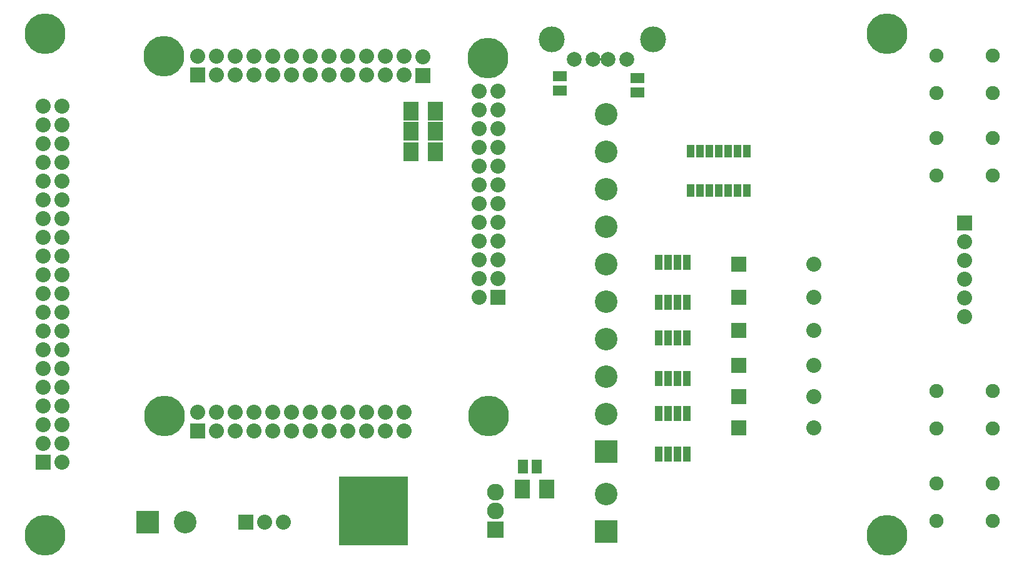
<source format=gbs>
G04 (created by PCBNEW (2013-june-11)-stable) date lun 19 ago 2013 20:26:36 COT*
%MOIN*%
G04 Gerber Fmt 3.4, Leading zero omitted, Abs format*
%FSLAX34Y34*%
G01*
G70*
G90*
G04 APERTURE LIST*
%ADD10C,0.00590551*%
%ADD11R,0.044X0.0798*%
%ADD12C,0.2169*%
%ADD13R,0.08X0.08*%
%ADD14C,0.08*%
%ADD15C,0.0791*%
%ADD16C,0.1381*%
%ADD17C,0.075*%
%ADD18R,0.08X0.1*%
%ADD19R,0.044X0.0692*%
%ADD20R,0.09X0.09*%
%ADD21C,0.09*%
%ADD22R,0.37X0.37*%
%ADD23R,0.12X0.12*%
%ADD24C,0.12*%
%ADD25R,0.075X0.055*%
%ADD26R,0.055X0.075*%
G04 APERTURE END LIST*
G54D10*
G54D11*
X67164Y-32276D03*
X67664Y-32276D03*
X68164Y-32276D03*
X68664Y-32276D03*
X68664Y-30126D03*
X68164Y-30126D03*
X67664Y-30126D03*
X67164Y-30126D03*
G54D12*
X79331Y-40649D03*
X79331Y-13878D03*
X34449Y-13878D03*
X34449Y-40650D03*
X58067Y-15196D03*
X40822Y-34279D03*
X58114Y-34275D03*
X40814Y-15098D03*
G54D13*
X42602Y-16094D03*
G54D14*
X42602Y-15094D03*
X43602Y-16094D03*
X43602Y-15094D03*
X44602Y-16094D03*
X44602Y-15094D03*
X45602Y-16094D03*
X45602Y-15094D03*
X46602Y-16094D03*
X46602Y-15094D03*
X47602Y-16094D03*
X47602Y-15094D03*
X48602Y-16094D03*
X48602Y-15094D03*
X49602Y-16094D03*
X49602Y-15094D03*
X50602Y-16094D03*
X50602Y-15094D03*
X51602Y-16094D03*
X51602Y-15094D03*
X52602Y-16094D03*
X52602Y-15094D03*
X53602Y-16094D03*
X53602Y-15094D03*
G54D13*
X42602Y-35094D03*
G54D14*
X42602Y-34094D03*
X43602Y-35094D03*
X43602Y-34094D03*
X44602Y-35094D03*
X44602Y-34094D03*
X45602Y-35094D03*
X45602Y-34094D03*
X46602Y-35094D03*
X46602Y-34094D03*
X47602Y-35094D03*
X47602Y-34094D03*
X48602Y-35094D03*
X48602Y-34094D03*
X49602Y-35094D03*
X49602Y-34094D03*
X50602Y-35094D03*
X50602Y-34094D03*
X51602Y-35094D03*
X51602Y-34094D03*
X52602Y-35094D03*
X52602Y-34094D03*
X53602Y-35094D03*
X53602Y-34094D03*
G54D13*
X58614Y-27944D03*
G54D14*
X57614Y-27944D03*
X58614Y-26944D03*
X57614Y-26944D03*
X58614Y-25944D03*
X57614Y-25944D03*
X58614Y-24944D03*
X57614Y-24944D03*
X58614Y-23944D03*
X57614Y-23944D03*
X58614Y-22944D03*
X57614Y-22944D03*
X58614Y-21944D03*
X57614Y-21944D03*
X58614Y-20944D03*
X57614Y-20944D03*
X58614Y-19944D03*
X57614Y-19944D03*
X58614Y-18944D03*
X57614Y-18944D03*
X58614Y-17944D03*
X57614Y-17944D03*
X58614Y-16944D03*
X57614Y-16944D03*
G54D13*
X54590Y-16125D03*
G54D14*
X54590Y-15125D03*
G54D15*
X62675Y-15256D03*
X63675Y-15256D03*
X64475Y-15256D03*
X65475Y-15256D03*
G54D16*
X61475Y-14206D03*
X66875Y-14206D03*
G54D17*
X84965Y-21473D03*
X84965Y-19473D03*
X81965Y-21473D03*
X81965Y-19473D03*
X84965Y-17044D03*
X84965Y-15044D03*
X81965Y-17044D03*
X81965Y-15044D03*
X84965Y-34957D03*
X84965Y-32957D03*
X81965Y-34957D03*
X81965Y-32957D03*
X84965Y-39878D03*
X84965Y-37878D03*
X81965Y-39878D03*
X81965Y-37878D03*
G54D18*
X59882Y-38189D03*
X61182Y-38189D03*
G54D13*
X34351Y-36764D03*
G54D14*
X35351Y-36764D03*
X34351Y-31764D03*
X35351Y-35764D03*
X34351Y-30764D03*
X35351Y-34764D03*
X34351Y-29764D03*
X35351Y-33764D03*
X34351Y-28764D03*
X35351Y-32764D03*
X34351Y-27764D03*
X35351Y-31764D03*
X34351Y-26764D03*
X35351Y-30764D03*
X34351Y-25764D03*
X35351Y-29764D03*
X34351Y-24764D03*
X35351Y-28764D03*
X34351Y-23764D03*
X35351Y-27764D03*
X34351Y-22764D03*
X35351Y-26764D03*
X34351Y-21764D03*
X35351Y-25764D03*
X35351Y-24764D03*
X34351Y-20764D03*
X35351Y-23764D03*
X35351Y-21764D03*
X35351Y-20764D03*
X35351Y-19764D03*
X35351Y-18764D03*
X34351Y-19764D03*
X34351Y-18764D03*
X34351Y-35764D03*
X34351Y-34764D03*
X34351Y-33764D03*
X34351Y-32764D03*
X34351Y-17764D03*
X35351Y-17764D03*
X35351Y-22764D03*
G54D13*
X83464Y-23975D03*
G54D14*
X83464Y-24975D03*
X83464Y-25975D03*
X83464Y-26975D03*
X83464Y-27975D03*
X83464Y-28975D03*
G54D13*
X71425Y-31595D03*
G54D14*
X75425Y-31595D03*
G54D13*
X71425Y-33268D03*
G54D14*
X75425Y-33268D03*
G54D13*
X71425Y-34941D03*
G54D14*
X75425Y-34941D03*
G54D13*
X71425Y-29725D03*
G54D14*
X75425Y-29725D03*
G54D13*
X71425Y-26181D03*
G54D14*
X75425Y-26181D03*
G54D13*
X71425Y-27953D03*
G54D14*
X75425Y-27953D03*
G54D11*
X67164Y-36312D03*
X67664Y-36312D03*
X68164Y-36312D03*
X68664Y-36312D03*
X68664Y-34162D03*
X68164Y-34162D03*
X67664Y-34162D03*
X67164Y-34162D03*
X67164Y-28241D03*
X67664Y-28241D03*
X68164Y-28241D03*
X68664Y-28241D03*
X68664Y-26091D03*
X68164Y-26091D03*
X67664Y-26091D03*
X67164Y-26091D03*
G54D19*
X71874Y-22262D03*
X71374Y-22262D03*
X70874Y-22262D03*
X70374Y-22262D03*
X69874Y-22262D03*
X69374Y-22262D03*
X68874Y-22262D03*
X68874Y-20162D03*
X69374Y-20162D03*
X69874Y-20162D03*
X70374Y-20162D03*
X70874Y-20162D03*
X71374Y-20162D03*
X71874Y-20162D03*
G54D20*
X58465Y-40370D03*
G54D21*
X58465Y-39370D03*
X58465Y-38370D03*
G54D22*
X51965Y-39370D03*
G54D13*
X45162Y-39961D03*
G54D14*
X46162Y-39961D03*
X47162Y-39961D03*
G54D23*
X39945Y-39961D03*
G54D24*
X41945Y-39961D03*
X64370Y-18201D03*
X64370Y-20201D03*
X64370Y-22201D03*
X64370Y-24201D03*
X64370Y-34201D03*
X64370Y-32201D03*
G54D23*
X64370Y-36201D03*
G54D24*
X64370Y-30201D03*
X64370Y-28201D03*
X64370Y-26201D03*
G54D23*
X64370Y-40469D03*
G54D24*
X64370Y-38469D03*
G54D18*
X53976Y-18012D03*
X55276Y-18012D03*
X53976Y-19095D03*
X55276Y-19095D03*
X53976Y-20177D03*
X55276Y-20177D03*
G54D25*
X66044Y-17009D03*
X66044Y-16259D03*
X61910Y-16911D03*
X61910Y-16161D03*
G54D26*
X59916Y-36988D03*
X60666Y-36988D03*
M02*

</source>
